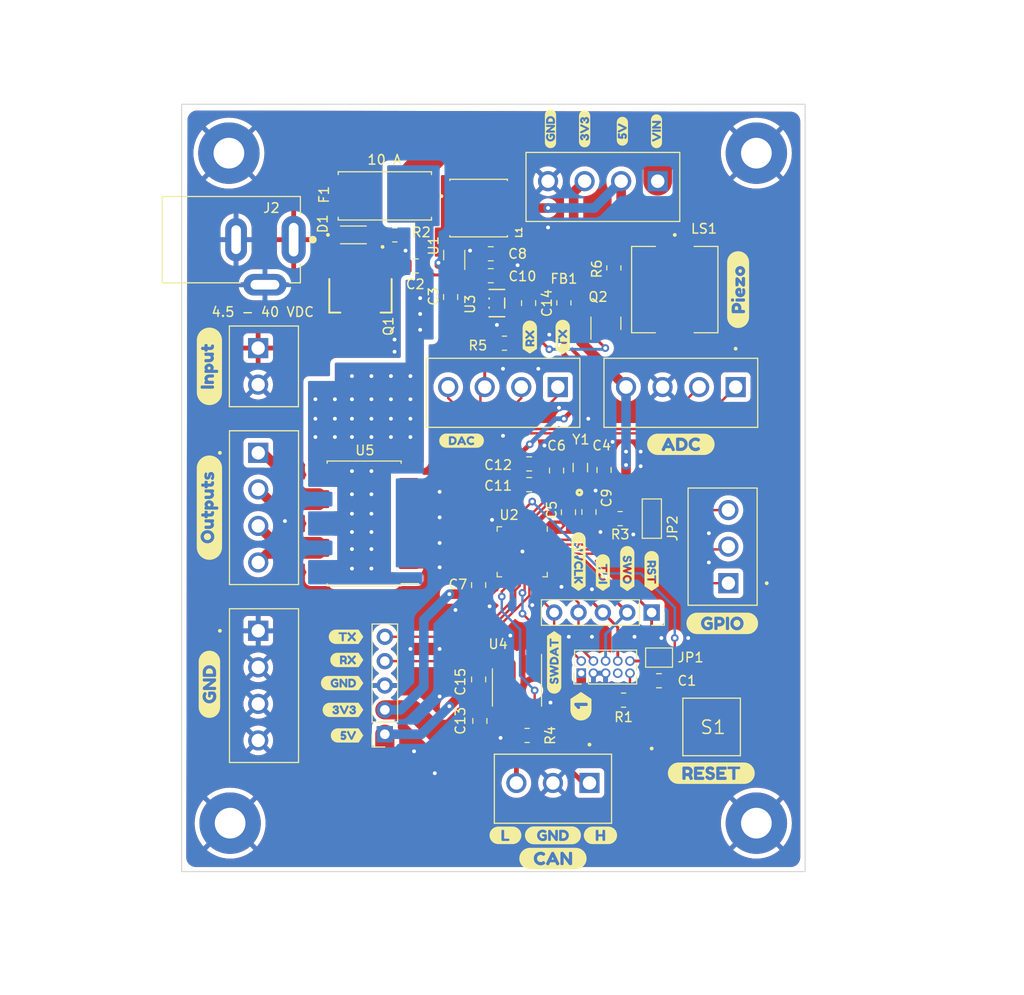
<source format=kicad_pcb>
(kicad_pcb (version 20221018) (generator pcbnew)
  (layers (0 "F.Cu" signal) (31 "B.Cu" signal) (34 "B.Paste" user) (35 "F.Paste" user) (36 "B.SilkS" user "B.Silkscreen") (37 "F.SilkS" user "F.Silkscreen") (38 "B.Mask" user) (39 "F.Mask" user) (44 "Edge.Cuts" user))
  (net 0 "")
  (net 1 "NRST")
  (net 2 "GND")
  (net 3 "VDD")
  (net 4 "Net-(U1-VCC)")
  (net 5 "Net-(U2-PC14)")
  (net 6 "+3.3V")
  (net 7 "Net-(U2-PC15)")
  (net 8 "+5V")
  (net 9 "VDDA")
  (net 10 "Net-(D1-K)")
  (net 11 "Net-(J1-Pad1)")
  (net 12 "/TMS{slash}SWDAT_PA13")
  (net 13 "/TCK{slash}SWCLK_PA14")
  (net 14 "/TDO{slash}SWO_PB3")
  (net 16 "/TDI_PA15")
  (net 17 "Net-(J3-GNDDetect)")
  (net 18 "/TRST_PB4")
  (net 19 "/ADC1_IN5")
  (net 20 "/ADC1_IN6")
  (net 21 "/USART2_TX")
  (net 22 "/USART2_RX")
  (net 23 "/PB5_GPI")
  (net 24 "/I2C1_SCL")
  (net 25 "/I2C1_SDA")
  (net 26 "/DAC1_OUT1")
  (net 27 "/DAC1_OUT2")
  (net 28 "/USART1_TX")
  (net 29 "/USART1_RX")
  (net 30 "/OUT1")
  (net 31 "/OUT2")
  (net 32 "/OUT3")
  (net 33 "/OUT4")
  (net 34 "Net-(U4-CANH)")
  (net 35 "Net-(U4-CANL)")
  (net 36 "Net-(JP2-C)")
  (net 37 "Net-(U1-LX)")
  (net 38 "Net-(Q2-C)")
  (net 39 "Net-(D1-A)")
  (net 40 "Net-(Q2-B)")
  (net 41 "/BOOT_SELECT")
  (net 45 "/PA6_IN4")
  (net 46 "/PA7_IN3")
  (net 47 "/PB0_IN2")
  (net 48 "/PB1_IN1")
  (net 49 "/PA8_CAN_STBY")
  (net 50 "/CAN_RX")
  (net 51 "/CAN_TX")
  (footprint "Capacitor_SMD:C_0805_2012Metric" (layer "F.Cu") (at 106.172 45.7305 -90)
    (fp_text reference "C14")
    (fp_text value "1uF")
  )
  (footprint "kibuzzard-64E9EC76" (layer "F.Cu") (at 113.919 73.831767 -90)
    (fp_text reference "kibuzzard-64E9EC76" hide)
    (fp_text value "G***" hide)
  )
  (footprint "Package_DFN_QFN:QFN-32-1EP_5x5mm_P0.5mm_EP3.45x3.45mm" (layer "F.Cu") (at 105.5075 71.6585 -90)
    (fp_text reference "U2")
    (fp_text value "STM32L432KCU6")
  )
  (footprint "kibuzzard-64E9ECC2" (layer "F.Cu") (at 108.839 83.185 90)
    (fp_text reference "kibuzzard-64E9ECC2" hide)
    (fp_text value "G***" hide)
  )
  (footprint "Capacitor_SMD:C_0805_2012Metric" (layer "F.Cu") (at 100.965 75.123 90)
    (fp_text reference "C7")
    (fp_text value "100nF")
  )
  (footprint "Capacitor_SMD:C_0805_2012Metric" (layer "F.Cu") (at 102.231 42.8755)
    (fp_text reference "C10")
    (fp_text value "1uF")
  )
  (footprint "Capacitor_SMD:C_0805_2012Metric" (layer "F.Cu") (at 110.33 67.533 -90)
    (fp_text reference "C5")
    (fp_text value "100nF")
  )
  (footprint "connectors:TBP02R2-381-04BE" (layer "F.Cu") (at 119.634 33.02 180)
    (fp_text reference "J8" hide)
    (fp_text value "TBP02R2-381-04BE")
  )
  (footprint "kibuzzard-64E9EA19" (layer "F.Cu") (at 72.898 52.324 90)
    (fp_text reference "kibuzzard-64E9EA19" hide)
    (fp_text value "G***" hide)
  )
  (footprint "Capacitor_SMD:C_0805_2012Metric" (layer "F.Cu") (at 106.233 62.4945)
    (fp_text reference "C12")
    (fp_text value "10nF")
  )
  (footprint "Capacitor_SMD:C_0805_2012Metric" (layer "F.Cu") (at 94.427 41.8595 180)
    (fp_text reference "C2")
    (fp_text value "1uF")
  )
  (footprint "inductors:VLS6045EX-470M" (layer "F.Cu") (at 100.965 35.8245)
    (fp_text reference "L1")
    (fp_text value "L")
  )
  (footprint "Jumper:SolderJumper-2_P1.3mm_Bridged_Pad1.0x1.5mm" (layer "F.Cu") (at 119.776 82.6875)
    (fp_text reference "JP1")
    (fp_text value "~")
  )
  (footprint "connectors:TBP02R2-381-03BE" (layer "F.Cu") (at 127 74.93 90)
    (fp_text reference "J6" hide)
    (fp_text value "TBP02R2-381-03BE")
  )
  (footprint "Resistor_SMD:R_0805_2012Metric" (layer "F.Cu") (at 116.078 87.122 180)
    (fp_text reference "R1")
    (fp_text value "10K")
  )
  (footprint "MountingHole:MountingHole_3.2mm_M3_Pad_TopBottom" (layer "F.Cu") (at 74.93 30.099)
    (fp_text reference "H1" hide)
    (fp_text value "MountingHole_Pad")
  )
  (footprint "Resistor_SMD:R_0805_2012Metric" (layer "F.Cu") (at 106.0215 90.805 180)
    (fp_text reference "R4")
    (fp_text value "120")
  )
  (footprint "Connector_PinHeader_1.27mm:PinHeader_2x05_P1.27mm_Vertical" (layer "F.Cu") (at 111.663 84.3135 90)
    (fp_text reference "J3" hide)
    (fp_text value "Conn_ARM_JTAG_SWD_10")
  )
  (footprint "kibuzzard-64E9E9CD" (layer "F.Cu") (at 72.898 85.471 90)
    (fp_text reference "kibuzzard-64E9E9CD" hide)
    (fp_text value "G***" hide)
  )
  (footprint "kibuzzard-64E9EC55" (layer "F.Cu") (at 118.999 73.66 -90)
    (fp_text reference "kibuzzard-64E9EC55" hide)
    (fp_text value "G***" hide)
  )
  (footprint "connectors:TBP02R2-381-04BE" (layer "F.Cu") (at 109.22 54.483 180)
    (fp_text reference "J7" hide)
    (fp_text value "TBP02R2-381-04BE")
  )
  (footprint "Capacitor_SMD:C_0805_2012Metric" (layer "F.Cu") (at 101.092 89.2915 -90)
    (fp_text reference "C13")
    (fp_text value "100nF")
  )
  (footprint "kibuzzard-64E9EBEF" (layer "F.Cu") (at 99.187 60.071)
    (fp_text reference "kibuzzard-64E9EBEF" hide)
    (fp_text value "G***" hide)
  )
  (footprint "Package_SO:SOIC-8_3.9x4.9mm_P1.27mm" (layer "F.Cu") (at 104.963 85.8005 -90)
    (fp_text reference "U4")
    (fp_text value "MCP2562-E-SN")
  )
  (footprint "Resistor_SMD:R_0805_2012Metric" (layer "F.Cu") (at 109.855 45.707 90)
    (fp_text reference "FB1")
    (fp_text value "~")
  )
  (footprint "diodes:MMSZ4700T1G" (layer "F.Cu") (at 87.9075 38.6185)
    (fp_text reference "D1")
    (fp_text value "D_Zener")
  )
  (footprint "kibuzzard-64E9EAF9" (layer "F.Cu") (at 108.458 27.559 90)
    (fp_text reference "kibuzzard-64E9EAF9" hide)
    (fp_text value "G***" hide)
  )
  (footprint "kibuzzard-64E9EC1A" (layer "F.Cu") (at 87.222648 82.931)
    (fp_text reference "kibuzzard-64E9EC1A" hide)
    (fp_text value "G***" hide)
  )
  (footprint "kibuzzard-64E9EC5C" (layer "F.Cu") (at 116.459 73.406 -90)
    (fp_text reference "kibuzzard-64E9EC5C" hide)
    (fp_text value "G***" hide)
  )
  (footprint "kibuzzard-64E9EC2C" (layer "F.Cu") (at 86.823973 88.138)
    (fp_text reference "kibuzzard-64E9EC2C" hide)
    (fp_text value "G***" hide)
  )
  (footprint "connectors:TBP02R2-381-03BE" (layer "F.Cu") (at 112.522 95.758 180)
    (fp_text reference "J12" hide)
    (fp_text value "TBP02R2-381-03BE")
  )
  (footprint "Package_TO_SOT_SMD:SOT-23" (layer "F.Cu") (at 114.234 47.8305 90)
    (fp_text reference "Q2")
    (fp_text value "BC847")
  )
  (footprint "Resistor_SMD:R_0805_2012Metric" (layer "F.Cu") (at 115.7205 68.199 180)
    (fp_text reference "R3")
    (fp_text value "10K")
  )
  (footprint "connectors:TBP02R2-381-02BE" (layer "F.Cu") (at 77.978 50.419 -90)
    (fp_text reference "J1" hide)
    (fp_text value "TBP02R2-381-02BE")
  )
  (footprint "kibuzzard-64E9E988" (layer "F.Cu") (at 103.759 101.219)
    (fp_text reference "kibuzzard-64E9E988" hide)
    (fp_text value "G***" hide)
  )
  (footprint "Resistor_SMD:R_0805_2012Metric" (layer "F.Cu") (at 92.2255 38.6185 180)
    (fp_text reference "R2")
    (fp_text value "10K")
  )
  (footprint "Package_DFN_QFN:DFN-8_2x2mm_P0.5mm" (layer "F.Cu") (at 98.421 41.2245 90)
    (fp_text reference "U1")
    (fp_text value "MAX15062B")
  )
  (footprint "kibuzzard-64E9EBA4" (layer "F.Cu") (at 122.047 60.452)
    (fp_text reference "kibuzzard-64E9EBA4" hide)
    (fp_text value "G***" hide)
  )
  (footprint "Resistor_SMD:R_0805_2012Metric" (layer "F.Cu") (at 103.6555 49.911)
    (fp_text reference "R5")
    (fp_text value "10K")
  )
  (footprint "Jumper:SolderJumper-3_P1.3mm_Bridged12_Pad1.0x1.5mm_NumberLabels" (layer "F.Cu") (at 119.0225 68.199 90)
    (fp_text reference "JP2")
    (fp_text value "Boot_Sel")
  )
  (footprint "kibuzzard-64E9EB76" (layer "F.Cu") (at 125.222 94.742)
    (fp_text reference "kibuzzard-64E9EB76" hide)
    (fp_text value "G***" hide)
  )
  (footprint "kibuzzard-64E9EAB8" (layer "F.Cu") (at 119.507 27.813 90)
    (fp_text reference "kibuzzard-64E9EAB8" hide)
    (fp_text value "G***" hide)
  )
  (footprint "kibuzzard-64E9EC0B" (layer "F.Cu") (at 87.143273 80.518)
    (fp_text reference "kibuzzard-64E9EC0B" hide)
    (fp_text value "G***" hide)
  )
  (footprint "kibuzzard-64E9EBDF" (layer "F.Cu") (at 109.728 49.276 90)
    (fp_text reference "kibuzzard-64E9EBDF" hide)
    (fp_text value "G***" hide)
  )
  (footprint "fuses:0154010.DRL" (layer "F.Cu") (at 91.186 34.5545 180)
    (fp_text reference "F1")
    (fp_text value "(10 A)")
  )
  (footprint "crystals:ECS-.327-12.5-34R-C-TR" (layer "F.Cu") (at 111.567 62.877 90)
    (fp_text reference "Y1")
    (fp_text value "ECS-.327-12.5-34R-C-TR")
  )
  (footprint "ldo:ADP122AUJZ-3.3-R7" (layer "F.Cu") (at 102.87 45.7305 -90)
    (fp_text reference "U3")
    (fp_text value "ADP122AUJZ-3.3-R7")
  )
  (footprint "kibuzzard-64E9E995" (layer "F.Cu") (at 108.712 101.219)
    (fp_text reference "kibuzzard-64E9E995" hide)
    (fp_text value "G***" hide)
  )
  (footprint "Capacitor_SMD:C_0805_2012Metric" (layer "F.Cu") (at 109.088 63.1905 -90)
    (fp_text reference "C6")
    (fp_text value "10pF")
  )
  (footprint "kibuzzard-64E9EAE9" (layer "F.Cu") (at 112.014 27.559 90)
    (fp_text reference "kibuzzard-64E9EAE9" hide)
    (fp_text value "G***" hide)
  )
  (footprint "Capacitor_SMD:C_0805_2012Metric" (layer "F.Cu") (at 102.231 40.5895)
    (fp_text reference "C8")
    (fp_text value "10uF")
  )
  (footprint "kibuzzard-64E9E96D" (layer "F.Cu") (at 108.712 103.632)
    (fp_text reference "kibuzzard-64E9E96D" hide)
    (fp_text value "G***" hide)
  )
  (footprint "kibuzzard-64E9EC92" (layer "F.Cu") (at 111.379 72.684005 -90)
    (fp_text reference "kibuzzard-64E9EC92" hide)
    (fp_text value "G***" hide)
  )
  (footprint "kibuzzard-64E9EAC2" (layer "F.Cu") (at 115.951 27.813 90)
    (fp_text reference "kibuzzard-64E9EAC2" hide)
    (fp_text value "G***" hide)
  )
  (footprint "connectors:TBP02R2-381-04BE" (layer "F.Cu") (at 77.9885 61.341 -90)
    (fp_text reference "J10" hide)
    (fp_text value "TBP02R2-381-04BE")
  )
  (footprint "Package_SO:SOIC-20W_7.5x12.8mm_P1.27mm" (layer "F.Cu") (at 89.027 68.707 180)
    (fp_text reference "U5")
    (fp_text value "ITS716G")
  )
  (footprint "kibuzzard-64E9EB5A" (layer "F.Cu") (at 111.633 87.757 90)
    (fp_text reference "kibuzzard-64E9EB5A" hide)
    (fp_text value "G***" hide)
  )
  (footprint "kibuzzard-64E9EA0B" (layer "F.Cu") (at 72.898 67.056 90)
    (fp_text reference "kibuzzard-64E9EA0B" hide)
    (fp_text value "G***" hide)
  )
  (footprint "Resistor_SMD:R_0805_2012Metric" (layer "F.Cu") (at 115.062 42.0605 90)
    (fp_text reference "R6")
    (fp_text value "1K")
  )
  (footprint "switch_tactile:TL3301AF160QG" (layer "F.Cu") (at 125.2555 89.916)
    (fp_text reference "S1")
    (fp_text value "RESET")
  )
  (footprint "kibuzzard-64E9E97D" (layer "F.Cu") (at 113.665 101.219)
    (fp_text reference "kibuzzard-64E9E97D" hide)
    (fp_text value "G***" hide)
  )
  (footprint "kibuzzard-64E9EB1A" (layer "F.Cu") (at 128.016 44.323 90)
    (fp_text reference "kibuzzard-64E9EB1A" hide)
    (fp_text value "G***" hide)
  )
  (footprint "MountingHole:MountingHole_3.2mm_M3_Pad_TopBottom" (layer "F.Cu") (at 129.921 30.099)
    (fp_text reference "H2" hide)
    (fp_text value "MountingHole_Pad")
  )
  (footprint "kibuzzard-64E9EC20" (layer "F.Cu") (at 86.736238 85.344)
    (fp_text reference "kibuzzard-64E9EC20" hide)
    (fp_text value "G***" hide)
  )
  (footprint "Capacitor_SMD:C_0805_2012Metric" (layer "F.Cu") (at 98.044 45.0955 -90)
    (fp_text reference "C3")
    (fp_text value "1uF")
  )
  (footprint "Capacitor_SMD:C_0805_2012Metric" (layer "F.Cu") (at 106.233 64.6535)
    (fp_text reference "C11")
    (fp_text value "1uF")
  )
  (footprint "connectors:TBP02R2-381-04BE" (layer "F.Cu") (at 127.762 54.483 180)
    (fp_text reference "J5" hide)
    (fp_text value "TBP02R2-381-04BE")
  )
  (footprint "MountingHole:MountingHole_3.2mm_M3_Pad_TopBottom" (layer "F.Cu") (at 129.921 99.949)
    (fp_text reference "H4" hide)
    (fp_text value "MountingHole_Pad")
  )
  (footprint "piezo:PKMCS0909E4000-R1" (layer "F.Cu") (at 121.412 44.323 -90)
    (fp_text reference "LS1")
    (fp_text value "PKMCS0909E4000-R1")
  )
  (footprint "Capacitor_SMD:C_0805_2012Metric" (layer "F.Cu") (at 112.468 67.5085 -90)
    (fp_text reference "C9")
    (fp_text value "4.7uF")
  )
  (footprint "kibuzzard-64E9EC3B" (layer "F.Cu") (at 87.249 90.805)
    (fp_text reference "kibuzzard-64E9EC3B" hide)
    (fp_text value "G***" hide)
  )
  (footprint "Connector_PinSocket_2.54mm:PinSocket_1x05_P2.54mm_Vertical" (layer "F.Cu") (at 91.186 90.678 180)
    (fp_text reference "J9" hide)
    (fp_text value "Conn_01x05_Socket")
  )
  (footprint "Capacitor_SMD:C_0805_2012Metric" (layer "F.Cu") (at 119.761 85.1005 180)
    (fp_text reference "C1")
    (fp_text value "100nF")
  )
  (footprint "Capacitor_SMD:C_0805_2012Metric" (layer "F.Cu") (at 100.965 84.963 90)
    (fp_text reference "C15")
    (fp_text value "100nF")
  )
  (footprint "Connector_PinSocket_2.54mm:PinSocket_1x05_P2.54mm_Vertical" (layer "F.Cu") (at 118.999 77.9885 -90)
    (fp_text reference "J4" hide)
    (fp_text value "Conn_01x05_Socket")
  )
  (footprint "kibuzzard-64E9EBD0" (layer "F.Cu") (at 106.299 49.276 90)
    (fp_text reference "kibuzzard-64E9EBD0" hide)
    (fp_text value "G***" hide)
  )
  (footprint "connectors:PJ-002A" (layer "F.Cu") (at 81.6815 39.116 180)
    (fp_text reference "J2")
    (fp_text value "PJ-002A")
  )
  (footprint "kibuzzard-64E9EB3C" (layer "F.Cu") (at 126.365 79.121)
    (fp_text reference "kibuzzard-64E9EB3C" hide)
    (fp_text value "G***" hide)
  )
  (footprint "Capacitor_SMD:C_0805_2012Metric" (layer "F.Cu") (at 114.041 63.1295 90)
    (fp_text reference "C4")
    (fp_text value "10pF")
  )
  (footprint "mosfets:DMP6023LE-13" (layer "F.Cu") (at 88.646 44.9685 -90)
    (fp_text reference "Q1")
    (fp_text value "DMP6023LE-13")
  )
  (footprint "MountingHole:MountingHole_3.2mm_M3_Pad_TopBottom" (layer "F.Cu") (at 75.057 99.949)
    (fp_text reference "H3" hide)
    (fp_text value "MountingHole_Pad")
  )
  (footprint "connectors:TBP02R2-381-04BE" (layer "F.Cu") (at 77.9885 79.8935 -90)
    (fp_text reference "J11" hide)
    (fp_text value "TBP02R2-381-04BE")
  )
  (gr_rect (start 70 25) (end 135 105) (stroke (width 0.1)) (fill none) (layer "Edge.Cuts"))
  (gr_text "4.5 - 40 VDC" (at 73.025 47.244) (layer "F.SilkS") (effects (font (size 1 1)) (justify left bottom)))
  (gr_text "10 A" (at 89.281 31.369) (layer "F.SilkS") (effects (font (size 1 1)) (justify left bottom)))
  (segment (start 121.412 80.645) (end 121.412 81.7015) (width 0.25) (layer "F.Cu") (net 1))
  (segment (start 105.7575 69.221) (end 105.7575 67.2165) (width 0.25) (layer "F.Cu") (net 1))
  (segment (start 120.7055 87.666) (end 120.7055 85.106) (width 0.25) (layer "F.Cu") (net 1))
  (segment (start 121.412 81.7015) (end 120.426 82.6875) (width 0.25) (layer "F.Cu") (net 1))
  (segment (start 120.711 85.1005) (end 120.426 84.8155) (width 0.25) (layer "F.Cu") (net 1))
  (segment (start 120.426 84.8155) (end 120.426 82.6875) (width 0.25) (layer "F.Cu") (net 1))
  (segment (start 105.7575 67.2165) (end 106.553 66.421) (width 0.25) (layer "F.Cu") (net 1))
  (segment (start 120.7055 85.106) (end 120.711 85.1005) (width 0.25) (layer "F.Cu") (net 1))
  (via (at 121.412 80.645) (size 0.8) (drill 0.4) (layers "F.Cu" "B.Cu") (net 1))
  (via (at 106.553 66.421) (size 0.8) (drill 0.4) (layers "F.Cu" "B.Cu") (net 1))
  (segment (start 114.046 73.914) (end 117.856 73.914) (width 0.25) (layer "B.Cu") (net 1))
  (segment (start 106.553 66.421) (end 114.046 73.914) (width 0.25) (layer "B.Cu") (net 1))
  (segment (start 121.412 77.47) (end 121.412 80.645) (width 0.25) (layer "B.Cu") (net 1))
  (segment (start 117.856 73.914) (end 121.412 77.47) (width 0.25) (layer "B.Cu") (net 1))
  (segment (start 102.743 45.974) (end 102.743 47.879) (width 0.25) (layer "F.Cu") (net 2))
  (segment (start 98.171 40.2745) (end 98.171 41.025) (width 0.3) (layer "F.Cu") (net 2))
  (segment (start 100.0565 40.2745) (end 100.072 40.259) (width 0.3) (layer "F.Cu") (net 2))
  (segment (start 107.183 64.6535) (end 108.575 64.6535) (width 0.25) (layer "F.Cu") (net 2))
  (segment (start 108.9075 69.9085) (end 110.33 68.486) (width 0.25) (layer "F.Cu") (net 2))
  (segment (start 102.743 47.879) (end 102.87 48.006) (width 0.25) (layer "F.Cu") (net 2))
  (segment (start 108.575 64.6535) (end 109.088 64.1405) (width 0.25) (layer "F.Cu") (net 2))
  (segment (start 99.0725 41.148) (end 99.171 41.0495) (width 0.3) (layer "F.Cu") (net 2))
  (segment (start 102.4995 45.7305) (end 102.743 45.974) (width 0.25) (layer "F.Cu") (net 2))
  (segment (start 107.945 69.9085) (end 108.9075 69.9085) (width 0.25) (layer "F.Cu") (net 2))
  (segment (start 101.72 45.7305) (end 102.4995 45.7305) (width 0.25) (layer "F.Cu") (net 2))
  (segment (start 117.445 69.499) (end 117.094 69.85) (width 0.25) (layer "F.Cu") (net 2))
  (segment (start 98.294 41.148) (end 99.0725 41.148) (width 0.3) (layer "F.Cu") (net 2))
  (segment (start 98.171 41.025) (end 98.294 41.148) (width 0.3) (layer "F.Cu") (net 2))
  (segment (start 119.0225 69.499) (end 117.445 69.499) (width 0.25) (layer "F.Cu") (net 2))
  (segment (start 103.07 73.4085) (end 101.7295 73.4085) (width 0.25) (layer "F.Cu") (net 2))
  (segment (start 99.171 41.0495) (end 99.171 40.2745) (width 0.3) (layer "F.Cu") (net 2))
  (segment (start 101.7295 73.4085) (end 100.965 74.173) (width 0.25) (layer "F.Cu") (net 2))
  (segment (start 110.33 68.486) (end 110.33 68.483) (width 0.25) (layer "F.Cu") (net 2))
  (segment (start 107.183 64.6535) (end 107.183 62.4945) (width 0.25) (layer "F.Cu") (net 2))
  (segment (start 99.171 40.2745) (end 100.0565 40.2745) (width 0.3) (layer "F.Cu") (net 2))
  (via (at 105.029 41.783) (size 0.8) (drill 0.4) (layers "F.Cu" "B.Cu") (net 2))
  (via (at 103.251 91.059) (size 0.8) (drill 0.4) (layers "F.Cu" "B.Cu") (net 2))
  (via (at 93.345 40.259) (size 0.8) (drill 0.4) (layers "F.Cu" "B.Cu") (net 2))
  (via (at 117.856 61.214) (size 0.8) (drill 0.4) (layers "F.Cu" "B.Cu") (net 2))
  (via (at 100.072 40.259) (size 0.8) (drill 0.4) (layers "F.Cu" "B.Cu") (net 2))
  (via (at 96.901 68.072) (size 0.8) (drill 0.4) (layers "F.Cu" "B.Cu") (net 2))
  (via (at 80.772 68.453) (size 0.8) (drill 0.4) (layers "F.Cu" "B.Cu") (net 2))
  (via (at 108.331 49.022) (size 0.8) (drill 0.4) (layers "F.Cu" "B.Cu") (net 2))
  (via (at 93.853 81.788) (size 0.8) (drill 0.4) (layers "F.Cu" "B.Cu") (net 2))
  (via (at 102.362 68.326) (size 0.8) (drill 0.4) (layers "F.Cu" "B.Cu") (net 2))
  (via (at 106.553 77.216) (size 0.8) (drill 0.4) (layers "F.Cu" "B.Cu") (net 2))
  (via (at 120.015 80.645) (size 0.8) (drill 0.4) (layers "F.Cu" "B.Cu") (net 2))
  (via (at 103.505 52.578) (size 0.8) (drill 0.4) (layers "F.Cu" "B.Cu") (net 2))
  (via (at 112.395 57.785) (size 0.8) (drill 0.4) (layers "F.Cu" "B.Cu") (net 2))
  (via (at 96.774 41.529) (size 0.8) (drill 0.4) (layers "F.Cu" "B.Cu") (net 2))
  (via (at 110.363 80.518) (size 0.8) (drill 0.4) (layers "F.Cu" "B.Cu") (net 2))
  (via (at 94.234 92.456) (size 0.8) (drill 0.4) (layers "F.Cu" "B.Cu") (net 2))
  (via (at 114.935 60.198) (size 0.8) (drill 0.4) (layers "F.Cu" "B.Cu") (net 2))
  (via (at 102.87 48.006) (size 0.8) (drill 0.4) (layers "F.Cu" "B.Cu") (net 2))
  (via (at 122.809 80.645) (size 0.8) (drill 0.4) (layers "F.Cu" "B.Cu") (net 2))
  (via (at 108.458 87.376) (size 0.8) (drill 0.4) (layers "F.Cu" "B.Cu") (net 2))
  (via (at 113.665 69.596) (size 0.8) (drill 0.4) (layers "F.Cu" "B.Cu") (net 2))
  (via (at 113.157 65.278) (size 0.8) (drill 0.4) (layers "F.Cu" "B.Cu") (net 2))
  (via (at 96.901 86.741) (size 0.8) (drill 0.4) (layers "F.Cu" "B.Cu") (net 2))
  (via (at 124.968 69.723) (size 0.8) (drill 0.4) (layers "F.Cu" "B.Cu") (net 2))
  (via (at 107.823 60.579) (size 0.8) (drill 0.4) (layers "F.Cu" "B.Cu") (net 2))
  (via (at 117.856 62.738) (size 0.8) (drill 0.4) (layers "F.Cu" "B.Cu") (net 2))
  (via (at 98.552 77.724) (size 0.8) (drill 0.4) (layers "F.Cu" "B.Cu") (net 2))
  (via (at 109.601 75.311) (size 0.8) (drill 0.4) (layers "F.Cu" "B.Cu") (net 2))
  (via (at 108.204 37.846) (size 0.8) (drill 0.4) (layers "F.Cu" "B.Cu") (net 2))
  (via (at 103.505 59.563) (size 0.8) (drill 0.4) (layers "F.Cu" "B.Cu") (net 2))
  (via (at 96.901 65.405) (size 0.8) (drill 0.4) (layers "F.Cu" "B.Cu") (net 2))
  (via (at 92.202 49.53) (size 0.8) (drill 0.4) (layers "F.Cu" "B.Cu") (net 2))
  (via (at 96.901 70.739) (size 0.8) (drill 0.4) (layers "F.Cu" "B.Cu") (net 2))
  (via (at 92.202 50.8) (size 0.8) (drill 0.4) (layers "F.Cu" "B.Cu") (net 2))
  (via (at 112.776 80.518) (size 0.8) (drill 0.4) (layers "F.Cu" "B.Cu") (net 2))
  (via (at 124.968 72.771) (size 0.8) (drill 0.4) (layers "F.Cu" "B.Cu") (net 2))
  (via (at 104.267 80.391) (size 0.8) (drill 0.4) (layers "F.Cu" "B.Cu") (net 2))
  (via (at 117.221 80.518) (size 0.8) (drill 0.4) (layers "F.Cu" "B.Cu") (net 2))
  (via (at 96.901 73.279) (size 0.8) (drill 0.4) (layers "F.Cu" "B.Cu") (net 2))
  (via (at 109.347 56.642) (size 0.8) (drill 0.4) (layers "F.Cu" "B.Cu") (net 2))
  (via (at 96.901 81.788) (size 0.8) (drill 0.4) (layers "F.Cu" "B.Cu") (net 2))
  (via (at 112.776 75.565) (size 0.8) (drill 0.4) (layers "F.Cu" "B.Cu") (net 2))
  (via (at 107.188 52.578) (size 0.8) (drill 0.4) (layers "F.Cu" "B.Cu") (net 2))
  (via (at 105.537 71.628) (size 0.8) (drill 0.4) (layers "F.Cu" "B.Cu") (net 2))
  (via (at 102.108 77.343) (size 0.8) (drill 0.4) (layers "F.Cu" "B.Cu") (net 2))
  (via (at 96.393 94.742) (size 0.8) (drill 0.4) (layers "F.Cu" "B.Cu") (net 2))
  (via (at 117.094 69.85) (size 0.8) (drill 0.4) (layers "F.Cu" "B.Cu") (net 2))
  (segment (start 97.663 28.829) (end 117.602 28.829) (width 3) (layer "F.Cu") (net 3))
  (segment (start 117.602 28.829) (end 119.634 30.861) (width 3) (layer "F.Cu") (net 3))
  (segment (start 94.3737 34.5545) (end 94.3737 32.1183) (width 3) (layer "F.Cu") (net 3))
  (segment (start 94.3737 32.1183) (end 97.663 28.829) (width 3) (layer "F.Cu") (net 3))
  (segment (start 98.171 42.1745) (end 98.171 42.672) (width 0.3) (layer "F.Cu") (net 3))
  (segment (start 98.044 42.799) (end 97.155 42.799) (width 0.3) (layer "F.Cu") (net 3))
  (segment (start 98.171 42.672) (end 98.044 42.799) (width 0.3) (layer "F.Cu") (net 3))
  (segment (start 96.3165 42.799) (end 95.377 41.8595) (width 0.3) (layer "F.Cu") (net 3))
  (segment (start 119.634 30.861) (end 119.634 33.02) (width 3) (layer "F.Cu") (net 3))
  (segment (start 97.671 42.1745) (end 97.671 42.283) (width 0.3) (layer "F.Cu") (net 3))
  (segment (start 97.671 42.283) (end 97.155 42.799) (width 0.3) (layer "F.Cu") (net 3))
  (segment (start 96.3165 42.799) (end 97.155 42.799) (width 0.3) (layer "F.Cu") (net 3))
  (via (at 89.789 57.785) (size 0.8) (drill 0.4) (layers "F.Cu" "B.Cu") (net 3))
  (via (at 94.869 48.514) (size 0.8) (drill 0.4) (layers "F.Cu" "B.Cu") (net 3))
  (via (at 91.821 55.753) (size 0.8) (drill 0.4) (layers "F.Cu" "B.Cu") (net 3))
  (via (at 87.757 53.34) (size 0.8) (drill 0.4) (layers "F.Cu" "B.Cu") (net 3))
  (via (at 85.979 59.69) (size 0.8) (drill 0.4) (layers "F.Cu" "B.Cu") (net 3))
  (via (at 89.789 55.753) (size 0.8) (drill 0.4) (layers "F.Cu" "B.Cu") (net 3))
  (via (at 93.853 57.785) (size 0.8) (drill 0.4) (layers "F.Cu" "B.Cu") (net 3))
  (via (at 89.789 73.406) (size 0.8) (drill 0.4) (layers "F.Cu" "B.Cu") (net 3))
  (via (at 87.757 65.659) (size 0.8) (drill 0.4) (layers "F.Cu" "B.Cu") (net 3))
  (via (at 83.947 59.69) (size 0.8) (drill 0.4) (layers "F.Cu" "B.Cu") (net 3))
  (via (at 87.757 57.785) (size 0.8) (drill 0.4) (layers "F.Cu" "B.Cu") (net 3))
  (via (at 87.757 63.246) (size 0.8) (drill 0.4) (layers "F.Cu" "B.Cu") (net 3))
  (via (at 89.789 71.374) (size 0.8) (drill 0.4) (layers "F.Cu" "B.Cu") (net 3))
  (via (at 91.821 57.785) (size 0.8) (drill 0.4) (layers "F.Cu" "B.Cu") (net 3))
  (via (at 89.789 63.246) (size 0.8) (drill 0.4) (layers "F.Cu" "B.Cu") (net 3))
  (via (at 94.869 46.863) (size 0.8) (drill 0.4) (layers "F.Cu" "B.Cu") (net 3))
  (via (at 93.853 53.34) (size 0.8) (drill 0.4) (layers "F.Cu" "B.Cu") (net 3))
  (via (at 94.869 45.212) (size 0.8) (drill 0.4) (layers "F.Cu" "B.Cu") (net 3))
  (via (at 87.757 55.753) (size 0.8) (drill 0.4) (layers "F.Cu" "B.Cu") (net 3))
  (via (at 89.789 65.659) (size 0.8) (drill 0.4) (layers "F.Cu" "B.Cu") (net 3))
  (via (at 89.789 67.691) (size 0.8) (drill 0.4) (layers "F.Cu" "B.Cu") (net 3))
  (via (at 85.979 55.753) (size 0.8) (drill 0.4) (layers "F.Cu" "B.Cu") (net 3))
  (via (at 87.757 73.406) (size 0.8) (drill 0.4) (layers "F.Cu" "B.Cu") (net 3))
  (via (at 93.853 59.69) (size 0.8) (drill 0.4) (layers "F.Cu" "B.Cu") (net 3))
  (via (at 85.979 57.785) (size 0.8) (drill 0.4) (layers "F.Cu" "B.Cu") (net 3))
  (via (at 89.789 53.34) (size 0.8) (drill 0.4) (layers "F.Cu" "B.Cu") (net 3))
  (via (at 87.757 71.374) (size 0.8) (drill 0.4) (layers "F.Cu" "B.Cu") (net 3))
  (via (at 87.757 67.691) (size 0.8) (drill 0.4) (layers "F.Cu" "B.Cu") (net 3))
  (via (at 91.821 59.69) (size 0.8) (drill 0.4) (layers "F.Cu" "B.Cu") (net 3))
  (via (at 87.757 69.596) (size 0.8) (drill 0.4) (layers "F.Cu" "B.Cu") (net 3))
  (via (at 87.757 59.69) (size 0.8) (drill 0.4) (layers "F.Cu" "B.Cu") (net 3))
  (via (at 93.853 55.753) (size 0.8) (drill 0.4) (layers "F.Cu" "B.Cu") (net 3))
  (via (at 89.789 69.596) (size 0.8) (drill 0.4) (layers "F.Cu" "B.Cu") (net 3))
  (via (at 91.821 53.34) (size 0.8) (drill 0.4) (layers "F.Cu" "B.Cu") (net 3))
  (via (at 89.789 59.69) (size 0.8) (drill 0.4) (layers "F.Cu" "B.Cu") (net 3))
  (via (at 83.947 55.753) (size 0.8) (drill 0.4) (layers "F.Cu" "B.Cu") (net 3))
  (via (at 83.947 57.785) (size 0.8) (drill 0.4) (layers "F.Cu" "B.Cu") (net 3))
  (segment (start 98.044 44.1455) (end 98.671 43.5185) (width 0.3) (layer "F.Cu") (net 4))
  (segment (start 98.671 43.5185) (end 98.671 42.1745) (width 0.3) (layer "F.Cu") (net 4))
  (segment (start 111.567 64.127) (end 113.9935 64.127) (width 0.25) (layer "F.Cu") (net 5))
  (segment (start 106.7575 69.221) (end 106.7575 68.078) (width 0.25) (layer "F.Cu") (net 5))
  (segment (start 106.7575 68.078) (end 109.3035 65.532) (width 0.25) (layer "F.Cu") (net 5))
  (segment (start 113.9935 64.127) (end 114.041 64.0795) (width 0.25) (layer "F.Cu") (net 5))
  (segment (start 109.3035 65.532) (end 110.162 65.532) (width 0.25) (layer "F.Cu") (net 5))
  (segment (start 110.162 65.532) (end 111.567 64.127) (width 0.25) (layer "F.Cu") (net 5))
  (segment (start 128.143 64.008) (end 130.048 65.913) (width 2) (layer "F.Cu") (net 6))
  (segment (start 115.189 66.548) (end 116.1415 65.5955) (width 1) (layer "F.Cu") (net 6))
  (segment (start 111.663 87.533) (end 111.663 84.3135) (width 1) (layer "F.Cu") (net 6))
  (segment (start 109.7645 44.7945) (end 110.871 43.688) (width 1) (layer "F.Cu") (net 6))
  (segment (start 103.7575 74.096) (end 103.7575 74.6775) (width 0.25) (layer "F.Cu") (net 6))
  (segment (start 100.711 99.06) (end 117.9615 99.06) (width 2) (layer "F.Cu") (net 6))
  (segment (start 102.87 75.565) (end 102.362 75.565) (width 0.25) (layer "F.Cu") (net 6))
  (segment (start 111.633 49.784) (end 111.633 45.593) (width 1) (layer "F.Cu") (net 6))
  (segment (start 117.9615 99.06) (end 120.57575 96.44575) (width 2) (layer "F.Cu") (net 6))
  (segment (start 130.048 78.613) (end 124.079 84.582) (width 2) (layer "F.Cu") (net 6))
  (segment (start 116.332 65.405) (end 116.1415 65.5955) (width 1) (layer "F.Cu") (net 6))
  (segment (start 116.332 64.516) (end 116.332 65.405) (width 1) (layer "F.Cu") (net 6))
  (segment (start 117.983 66.167) (end 122.682 66.167) (width 2) (layer "F.Cu") (net 6))
  (segment (start 97.79 89.662) (end 95.631 89.662) (width 1) (layer "F.Cu") (net 6))
  (segment (start 122.682 66.167) (end 124.841 64.008) (width 2) (layer "F.Cu") (net 6))
  (segment (start 99.1105 88.3415) (end 97.79 89.662) (width 1) (layer "F.Cu") (net 6))
  (segment (start 110.871 34.163) (end 112.014 33.02) (width 1) (layer "F.Cu") (net 6))
  (segment (start 104.034 44.7945) (end 104.02 44.7805) (width 1) (layer "F.Cu") (net 6))
  (segment (start 99.1105 88.3415) (end 101.092 88.3415) (width 1) (layer "F.Cu") (net 6))
  (segment (start 117.094 66.548) (end 118.6715 66.548) (width 1) (layer "F.Cu") (net 6))
  (segment (start 97.79 89.662) (end 97.536 89.916) (width 1) (layer "F.Cu") (net 6))
  (segment (start 110.871 43.688) (end 110.871 34.163) (width 1) (layer "F.Cu") (net 6))
  (segment (start 101.092 88.3415) (end 102.992 88.3415) (width 1) (layer "F.Cu") (net 6))
  (segment (start 110.8345 44.7945) (end 109.855 44.7945) (width 1) (layer "F.Cu") (net 6))
  (segment (start 130.048 65.913) (end 130.048 78.613) (width 2) (layer "F.Cu") (net 6))
  (segment (start 107.569 44.7945) (end 104.034 44.7945) (width 1) (layer "F.Cu") (net 6))
  (segment (start 124.841 64.008) (end 128.143 64.008) (width 2) (layer "F.Cu") (net 6))
  (segment (start 110.871 44.758) (end 110.8345 44.7945) (width 1) (layer "F.Cu") (net 6))
  (segment (start 95.631 89.662) (end 96.5835 90.6145) (width 2) (layer "F.Cu") (net 6))
  (segment (start 97.536 89.916) (end 97.536 91.567) (width 1) (layer "F.Cu") (net 6))
  (segment (start 111.633 45.593) (end 110.8345 44.7945) (width 1) (layer "F.Cu") (net 6))
  (segment (start 113.411 66.548) (end 117.094 66.548) (width 1) (layer "F.Cu") (net 6))
  (segment (start 97.79 89.662) (end 96.8375 90.6145) (width 1) (layer "F.Cu") (net 6))
  (segment (start 97.282 89.916) (end 96.5835 90.6145) (width 1) (layer "F.Cu") (net 6))
  (segment (start 108.007172 67.6415) (end 107.345888 68.302784) (width 0.5) (layer "F.Cu") (net 6))
  (segment (start 101.854 76.073) (end 102.362 75.565) (width 1) (layer "F.Cu") (net 6))
  (segment (start 107.2575 69.221) (end 107.2575 68.214396) (width 0.25) (layer "F.Cu") (net 6))
  (segment (start 99.314 93.345) (end 99.314 97.663) (width 2) (layer "F.Cu") (net 6))
  (segment (start 112.468 66.5585) (end 110.3545 66.5585) (width 0.5) (layer "F.Cu") (net 6))
  (segment (start 116.332 64.516) (end 117.983 66.167) (width 2) (layer "F.Cu") (net 6))
  (segment (start 110.3545 66.5585) (end 110.33 66.583) (width 0.5) (layer "F.Cu") (net 6))
  (segment (start 116.332 54.483) (end 111.633 49.784) (width 1) (layer "F.Cu") (net 6))
  (segment (start 118.6715 66.548) (end 119.0225 66.899) (width 1) (layer "F.Cu") (net 6))
  (segment (start 113.411 66.548) (end 115.189 66.548) (width 1) (layer "F.Cu") (net 6))
  (segment (start 107.569 44.7945) (end 109.7645 44.7945) (width 1) (layer "F.Cu") (net 6))
  (segment (start 96.8375 90.6145) (end 96.5835 90.6145) (width 1) (layer "F.Cu") (net 6))
  (segment (start 103.7575 74.6775) (end 102.87 75.565) (width 0.25) (layer "F.Cu") (net 6))
  (segment (start 99.314 97.663) (end 100.711 99.06) (width 2) (layer "F.Cu") (net 6))
  (segment (start 109.855 44.7945) (end 107.569 44.7945) (width 1) (layer "F.Cu") (net 6))
  (segment (start 110.33 66.583) (end 109.3965 67.5165) (width 0.5) (layer "F.Cu") (net 6))
  (segment (start 110.871 43.688) (end 110.871 44.758) (width 1) (layer "F.Cu") (net 6))
  (segment (start 102.992 88.3415) (end 103.058 88.2755) (width 1) (layer "F.Cu") (net 6))
  (segment (start 107.2575 68.214396) (end 107.955396 67.5165) (width 0.25) (layer "F.Cu") (net 6))
  (segment (start 112.4785 66.548) (end 113.411 66.548) (width 1) (layer "F.Cu") (net 6))
  (segment (start 107.955396 67.5165) (end 109.3965 67.5165) (width 0.25) (layer "F.Cu") (net 6))
  (segment (start 97.917 76.073) (end 100.965 76.073) (width 1) (layer "F.Cu") (net 6))
  (segment (start 124.079 84.582) (end 124.079 92.9425) (width 2) (layer "F.Cu") (net 6))
  (segment (start 100.965 76.073) (end 101.854 76.073) (width 1) (layer "F.Cu") (net 6))
  (segment (start 116.332 62.611) (end 116.332 61.214) (width 1) (layer "F.Cu") (net 6))
  (segment (start 109.3965 67.5165) (end 109.2715 67.6415) (width 0.5) (layer "F.Cu") (net 6))
  (segment (start 112.468 66.5585) (end 112.4785 66.548) (width 1) (layer "F.Cu") (net 6))
  (segment (start 96.5835 90.6145) (end 97.536 91.567) (width 2) (layer "F.Cu") (net 6))
  (segment (start 120.57575 96.44575) (end 111.663 87.533) (width 1) (layer "F.Cu") (net 6))
  (segment (start 97.536 91.567) (end 99.314 93.345) (width 2) (layer "F.Cu") (net 6))
  (segment (start 117.094 66.548) (end 116.332 65.786) (width 1) (layer "F.Cu") (net 6))
  (segment (start 116.332 65.786) (end 116.332 65.405) (width 1) (layer "F.Cu") (net 6))
  (segment (start 91.186 88.138) (end 94.107 88.138) (width 2) (layer "F.Cu") (net 6))
  (segment (start 109.2715 67.6415) (end 108.007172 67.6415) (width 0.5) (layer "F.Cu") (net 6))
  (segment (start 97.536 89.916) (end 97.282 89.916) (width 1) (layer "F.Cu") (net 6))
  (segment (start 116.332 62.611) (end 116.332 64.516) (width 1) (layer "F.Cu") (net 6))
  (segment (start 94.107 88.138) (end 95.631 89.662) (width 2) (layer "F.Cu") (net 6))
  (segment (start 102.362 75.565) (end 102.798132 75.565) (width 0.5) (layer "F.Cu") (net 6))
  (segment (start 124.079 92.9425) (end 120.57575 96.44575) (width 2) (layer "F.Cu") (net 6))
  (via (at 97.917 76.073) (size 0.8) (drill 0.4) (layers "F.Cu" "B.Cu") (net 6))
  (via (at 116.332 62.611) (size 0.8) (drill 0.4) (layers "F.Cu" "B.Cu") (net 6))
  (via (at 116.332 61.214) (size 0.8) (drill 0.4) (layers "F.Cu" "B.Cu") (net 6))
  (segment (start 92.837 88.138) (end 95.25 85.725) (width 1) (layer "B.Cu") (net 6))
  (segment (start 116.332 54.483) (end 116.332 61.214) (width 1) (layer "B.Cu") (net 6))
  (segment (start 95.25 78.74) (end 97.917 76.073) (width 1) (layer "B.Cu") (net 6))
  (segment (start 91.186 88.138) (end 92.837 88.138) (width 1) (layer "B.Cu") (net 6))
  (segment (start 116.332 61.214) (end 116.332 62.611) (width 1) (layer "B.Cu") (net 6))
  (segment (start 95.25 85.725) (end 95.25 78.74) (width 1) (layer "B.Cu") (net 6))
  (segment (start 106.2575 69.221) (end 106.2575 67.941604) (width 0.25) (layer "F.Cu") (net 7))
  (segment (start 109.175104 65.024) (end 109.742673 65.024) (width 0.25) (layer "F.Cu") (net 7))
  (segment (start 109.742673 65.024) (end 110.138 64.628673) (width 0.25) (layer "F.Cu") (net 7))
  (segment (start 109.088 62.2405) (end 109.7015 61.627) (width 0.25) (layer "F.Cu") (net 7))
  (segment (start 110.138 63.056) (end 111.567 61.627) (width 0.25) (layer "F.Cu") (net 7))
  (segment (start 109.7015 61.627) (end 111.567 61.627) (width 0.25) (layer "F.Cu") (net 7))
  (segment (start 106.2575 67.941604) (end 109.175104 65.024) (width 0.25) (layer "F.Cu") (net 7))
  (segment (start 110.138 64.628673) (end 110.138 63.056) (width 0.25) (layer "F.Cu") (net 7))
  (segment (start 116.332 39.878) (end 115.062 41.148) (width 1) (layer "F.Cu") (net 8))
  (segment (start 126.746 85.725) (end 126.746 94.234) (width 2) (layer "F.Cu") (net 8))
  (segment (start 115.824 36.957) (end 116.332 37.465) (width 1) (layer "F.Cu") (net 8))
  (segment (start 97.917 87.757) (end 99.761 85.913) (width 1) (layer "F.Cu") (net 8))
  (segment (start 116.332 37.465) (end 116.332 39.116) (width 1) (layer "F.Cu") (net 8))
  (segment (start 100.965 85.913) (end 103.571 85.913) (width 1) (layer "F.Cu") (net 8))
  (segment (start 100.6345 44.7805) (end 100.33 45.085) (width 0.25) (layer "F.Cu") (net 8))
  (segment (start 118.84 39.973) (end 121.412 39.973) (width 1) (layer "F.Cu") (net 8))
  (segment (start 103.065 35.8245) (end 108.1935 35.8245) (width 1) (layer "F.Cu") (net 8))
  (segment (start 132.715 79.756) (end 126.746 85.725) (width 2) (layer "F.Cu") (net 8))
  (segment (start 117.7925 38.9255) (end 118.84 39.973) (width 1) (layer "F.Cu") (net 8))
  (segment (start 104.328 85.156) (end 104.328 83.3255) (width 1) (layer "F.Cu") (net 8))
  (segment (start 108.1935 35.8245) (end 108.204 35.814) (width 1) (layer "F.Cu") (net 8))
  (segment (start 126.746 94.234) (end 119.126 101.854) (width 2) (layer "F.Cu") (net 8))
  (segment (start 117.602 39.116) (end 116.332 39.116) (width 1) (layer "F.Cu") (net 8))
  (segment (start 100.33 45.085) (end 100.33 46.355) (width 0.25) (layer "F.Cu") (net 8))
  (segment (start 91.186 93.726) (end 91.186 90.678) (width 2) (layer "F.Cu") (net 8))
  (segment (start 100.33 46.355) (end 100.6555 46.6805) (width 0.25) (layer "F.Cu") (net 8))
  (segment (start 119.126 101.854) (end 99.314 101.854) (width 2) (layer "F.Cu") (net 8))
  (segment (start 132.715 46.99) (end 132.715 79.756) (width 2) (layer "F.Cu") (net 8))
  (segment (start 99.314 101.854) (end 91.186 93.726) (width 2) (layer "F.Cu") (net 8))
  (segment (start 116.332 39.116) (end 116.332 39.878) (width 1) (layer "F.Cu") (net 8))
  (segment (start 101.72 44.7805) (end 100.6345 44.7805) (width 0.25) (layer "F.Cu") (net 8))
  (segment (start 125.698 39.973) (end 132.715 46.99) (width 2) (layer "F.Cu") (net 8))
  (segment (start 116.332 37.465) (end 117.7925 38.9255) (width 1) (layer "F.Cu") (net 8))
  (segment (start 115.824 33.02) (end 115.824 36.957) (width 1) (layer "F.Cu") (net 8))
  (segment (start 117.7925 38.9255) (end 117.602 39.116) (width 1) (layer "F.Cu") (net 8))
  (segment (start 99.761 85.913) (end 100.965 85.913) (width 1) (layer "F.Cu") (net 8))
  (segment (start 100.6555 46.6805) (end 101.72 46.6805) (width 0.25) (layer "F.Cu") (net 8))
  (segment (start 103.571 85.913) (end 104.328 85.156) (width 1) (layer "F.Cu") (net 8))
  (segment (start 121.412 39.973) (end 125.698 39.973) (width 2) (layer "F.Cu") (net 8))
  (via (at 108.204 35.814) (size 0.8) (drill 0.4) (layers "F.Cu" "B.Cu") (net 8))
  (via (at 97.917 87.757) (size 0.8) (drill 0.4) (layers "F.Cu" "B.Cu") (net 8))
  (segment (start 108.204 35.814) (end 113.03 35.814) (width 1) (layer "B.Cu") (net 8))
  (segment (start 94.996 90.678) (end 97.917 87.757) (width 1) (layer "B.Cu") (net 8))
  (segment (start 113.03 35.814) (end 115.824 33.02) (width 1) (layer "B.Cu") (net 8))
  (segment (start 91.186 90.678) (end 94.996 90.678) (width 1) (layer "B.Cu") (net 8))
  (segment (start 109.855 57.785) (end 111.506 56.134) (width 0.5) (layer "F.Cu") (net 9))
  (segment (start 105.2575 69.221) (end 105.2575 66.5735) (width 0.25) (layer "F.Cu") (net 9))
  (segment (start 111.506 52.705) (end 109.855 51.054) (width 0.5) (layer "F.Cu") (net 9))
  (segment (start 111.506 56.134) (end 111.506 52.705) (width 0.5) (layer "F.Cu") (net 9))
  (segment (start 105.283 66.548) (end 105.2575 66.5735) (width 0.5) (layer "F.Cu") (net 9))
  (segment (start 105.283 62.4945) (end 105.283 64.6535) (width 0.25) (layer "F.Cu") (net 9))
  (segment (start 105.283 62.4945) (end 105.283 66.548) (width 0.5) (layer "F.Cu") (net 9))
  (segment (start 105.283 66.548) (end 105.283 64.6535) (width 0.25) (layer "F.Cu") (net 9))
  (segment (start 109.855 51.054) (end 109.855 46.6195) (width 0.5) (layer "F.Cu") (net 9))
  (segment (start 105.283 61.468) (end 105.283 62.4945) (width 0.5) (layer "F.Cu") (net 9))
  (segment (start 106.299 60.452) (end 105.283 61.468) (width 0.5) (layer "F.Cu") (net 9))
  (via (at 109.855 57.785) (size 0.8) (drill 0.4) (layers "F.Cu" "B.Cu") (net 9))
  (via (at 106.299 60.452) (size 0.8) (drill 0.4) (layers "F.Cu" "B.Cu") (net 9))
  (segment (start 109.855 57.785) (end 108.966 57.785) (width 0.5) (layer "B.Cu") (net 9))
  (segment (start 108.966 57.785) (end 106.299 60.452) (width 0.5) (layer "B.Cu") (net 9))
  (segment (start 106.7575 74.096) (end 106.7575 75.907) (width 0.25) (layer "F.Cu") (net 12))
  (segment (start 108.839 77.9885) (end 108.839 80.2195) (width 0.25) (layer "F.Cu") (net 12))
  (segment (start 108.839 80.2195) (end 111.663 83.0435) (width 0.25) (layer "F.Cu") (net 12))
  (segment (start 106.7575 75.907) (end 108.839 77.9885) (width 0.25) (layer "F.Cu") (net 12))
  (segment (start 110.744 76.3375) (end 111.379 76.9725) (width 0.25) (layer "F.Cu") (net 13))
  (segment (start 111.379 76.9725) (end 111.379 77.9885) (width 0.25) (layer "F.Cu") (net 13))
  (segment (start 108.458 76.3375) (end 110.744 76.3375) (width 0.25) (layer "F.Cu") (net 13))
  (segment (start 111.379 81.4895) (end 112.933 83.0435) (width 0.25) (layer "F.Cu") (net 13))
  (segment (start 107.2575 75.137) (end 108.458 76.3375) (width 0.25) (layer "F.Cu") (net 13))
  (segment (start 111.379 77.9885) (end 111.379 81.4895) (width 0.25) (layer "F.Cu") (net 13))
  (segment (start 107.2575 74.096) (end 107.2575 75.137) (width 0.25) (layer "F.Cu") (net 13))
  (segment (start 111.379 72.9085) (end 116.459 77.9885) (width 0.3) (layer "F.Cu") (net 14))
  (segment (start 107.945 72.9085) (end 111.379 72.9085) (width 0.3) (layer "F.Cu") (net 14))
  (segment (start 114.203 80.2445) (end 114.203 83.0435) (width 0.3) (layer "B.Cu") (net 14))
  (segment (start 116.459 77.9885) (end 114.203 80.2445) (width 0.3) (layer "B.Cu") (net 14))
  (segment (start 107.945 73.4085) (end 109.339 73.4085) (width 0.3) (layer "F.Cu") (net 16))
  (segment (start 113.919 77.9885) (end 115.473 79.5425) (width 0.3) (layer "F.Cu") (net 16))
  (segment (start 115.473 79.5425) (end 115.473 83.0435) (width 0.3) (layer "F.Cu") (net 16))
  (segment (start 109.339 73.4085) (end 113.919 77.9885) (width 0.3) (layer "F.Cu") (net 16))
  (segment (start 116.9905 87.122) (end 116.743 86.8745) (width 0.25) (layer "F.Cu") (net 17))
  (segment (start 116.743 86.8745) (end 116.743 84.3135) (width 0.25) (layer "F.Cu") (net 17))
  (segment (start 107.945 72.4085) (end 111.895 72.4085) (width 0.3) (layer "F.Cu") (net 18))
  (segment (start 115.316 75.8295) (end 116.84 75.8295) (width 0.3) (layer "F.Cu") (net 18))
  (segment (start 116.743 83.0435) (end 118.77 83.0435) (width 0.3) (layer "F.Cu") (net 18))
  (segment (start 118.999 77.9885) (end 118.999 82.5605) (width 0.3) (layer "F.Cu") (net 18))
  (segment (start 116.84 75.8295) (end 118.999 77.9885) (width 0.3) (layer "F.Cu") (net 18))
  (segment (start 118.999 82.5605) (end 119.126 82.6875) (width 0.3) (layer "F.Cu") (net 18))
  (segment (start 118.77 83.0435) (end 119.126 82.6875) (width 0.3) (layer "F.Cu") (net 18))
  (segment (start 111.895 72.4085) (end 115.316 75.8295) (width 0.3) (layer "F.Cu") (net 18))
  (segment (start 122.936 59.309) (end 127.762 54.483) (width 0.25) (layer "F.Cu") (net 19))
  (segment (start 104.267 60.833) (end 105.791 59.309) (width 0.25) (layer "F.Cu") (net 19))
  (segment (start 104.7575 67.2925) (end 104.267 66.802) (width 0.25) (layer "F.Cu") (net 19))
  (segment (start 104.7575 69.221) (end 104.7575 67.2925) (width 0.25) (layer "F.Cu") (net 19))
  (segment (start 104.267 60.833) (end 104.267 66.802) (width 0.25) (layer "F.Cu") (net 19))
  (segment (start 105.791 59.309) (end 122.936 59.309) (width 0.25) (layer "F.Cu") (net 19))
  (segment (start 103.821802 60.641802) (end 105.604604 58.859) (width 0.25) (layer "F.Cu") (net 20))
  (segment (start 103.817 66.988396) (end 104.2575 67.428896) (width 0.25) (layer "F.Cu") (net 20))
  (segment (start 103.817 60.646604) (end 103.821802 60.641802) (width 0.25) (layer "F.Cu") (net 20))
  (segment (start 105.604604 58.859) (end 119.576 58.859) (width 0.25) (layer "F.Cu") (net 20))
  (segment (start 103.817 66.988396) (end 103.817 60.646604) (width 0.25) (layer "F.Cu") (net 20))
  (segment (start 104.2575 69.221) (end 104.2575 67.428896) (width 0.25) (layer "F.Cu") (net 20))
  (segment (start 119.576 58.859) (end 123.952 54.483) (width 0.25) (layer "F.Cu") (net 20))
  (segment (start 109.22 55.372) (end 109.22 54.483) (width 0.25) (layer "F.Cu") (net 21))
  (segment (start 102.05 59.622396) (end 103.506396 58.166) (width 0.25) (layer "F.Cu") (net 21))
  (segment (start 103.506396 58.166) (end 106.426 58.166) (width 0.25) (layer "F.Cu") (net 21))
  (segment (start 106.426 58.166) (end 109.22 55.372) (width 0.25) (layer "F.Cu") (net 21))
  (segment (start 102.05 66.871) (end 102.05 59.622396) (width 0.25) (layer "F.Cu") (net 21))
  (segment (start 103.7575 68.5785) (end 102.05 66.871) (width 0.25) (layer "F.Cu") (net 21))
  (segment (start 103.7575 69.221) (end 103.7575 68.5785) (width 0.25) (layer "F.Cu") (net 21))
  (segment (start 102.0395 69.9085) (end 101.6 69.469) (width 0.25) (layer "F.Cu") (net 22))
  (segment (start 103.07 69.9085) (end 102.0395 69.9085) (width 0.25) (layer "F.Cu") (net 22))
  (segment (start 105.41 55.626) (end 105.41 54.483) (width 0.25) (layer "F.Cu") (net 22))
  (segment (start 101.6 69.469) (end 101.6 59.436) (width 0.25) (layer "F.Cu") (net 22))
  (segment (start 101.6 59.436) (end 105.41 55.626) (width 0.25) (layer "F.Cu") (net 22))
  (segment (start 124.587 74.93) (end 127 74.93) (width 0.25) (layer "F.Cu") (net 23))
  (segment (start 107.945 71.9085) (end 107.995 71.8585) (width 0.25) (layer "F.Cu") (net 23))
  (segment (start 124.587 74.9065) (end 124.587 74.93) (width 0.25) (layer "F.Cu") (net 23))
  (segment (start 107.995 71.8585) (end 121.539 71.8585) (width 0.25) (layer "F.Cu") (net 23))
  (segment (start 121.539 71.8585) (end 124.587 74.9065) (width 0.25) (layer "F.Cu") (net 23))
  (segment (start 107.945 71.4085) (end 126.7115 71.4085) (width 0.25) (layer "F.Cu") (net 24))
  (segment (start 126.7115 71.4085) (end 127 71.12) (width 0.25) (layer "F.Cu") (net 24))
  (segment (start 121.666 70.866) (end 125.222 67.31) (width 0.25) (layer "F.Cu") (net 25))
  (segment (start 125.222 67.31) (end 127 67.31) (width 0.25) (layer "F.Cu") (net 25))
  (segment (start 107.945 70.9085) (end 121.6235 70.9085) (width 0.25) (layer "F.Cu") (net 25))
  (segment (start 121.6235 70.9085) (end 121.666 70.866) (width 0.25) (layer "F.Cu") (net 25))
  (segment (start 101.15 54.933) (end 101.6 54.483) (width 0.25) (layer "F.Cu") (net 26))
  (segment (start 101.903104 70.4085) (end 101.15 69.655396) (width 0.25) (layer "F.Cu") (net 26))
  (segment (start 103.07 70.4085) (end 101.903104 70.4085) (width 0.25) (layer "F.Cu") (net 26))
  (segment (start 101.6 54.483) (end 101.6 51.054) (width 0.3) (layer "F.Cu") (net 26))
  (segment (start 101.15 69.655396) (end 101.15 54.933) (width 0.25) (layer "F.Cu") (net 26))
  (segment (start 101.6 51.054) (end 102.743 49.911) (width 0.3) (layer "F.Cu") (net 26))
  (segment (start 97.79 55.626) (end 97.79 54.483) (width 0.25) (layer "F.Cu") (net 27))
  (segment (start 103.07 70.9085) (end 101.766708 70.9085) (width 0.25) (layer "F.Cu") (net 27))
  (segment (start 100.7 58.536) (end 97.79 55.626) (width 0.25) (layer "F.Cu") (net 27))
  (segment (start 101.766708 70.9085) (end 100.7 69.841792) (width 0.25) (layer "F.Cu") (net 27))
  (segment (start 100.7 69.841792) (end 100.7 58.536) (width 0.25) (layer "F.Cu") (net 27))
  (segment (start 104.7575 74.096) (end 104.7575 75.055201) (width 0.25) (layer "F.Cu") (net 28))
  (segment (start 104.7575 75.055201) (end 104.325 75.487701) (width 0.25) (layer "F.Cu") (net 28))
  (segment (start 100.708208 80.518) (end 91.186 80.518) (width 0.25) (layer "F.Cu") (net 28))
  (segment (start 104.325 76.901208) (end 100.708208 80.518) (width 0.25) (layer "F.Cu") (net 28))
  (segment (start 104.325 75.487701) (end 104.325 76.901208) (width 0.25) (layer "F.Cu") (net 28))
  (segment (start 104.775 77.087604) (end 98.804604 83.058) (width 0.25) (layer "F.Cu") (net 29))
  (segment (start 105.2575 75.191597) (end 104.775 75.674097) (width 0.25) (layer "F.Cu") (net 29))
  (segment (start 98.804604 83.058) (end 91.186 83.058) (width 0.25) (layer "F.Cu") (net 29))
  (segment (start 104.775 75.674097) (end 104.775 77.087604) (width 0.25) (layer "F.Cu") (net 29))
  (segment (start 105.2575 74.096) (end 105.2575 75.191597) (width 0.25) (layer "F.Cu") (net 29))
  (segment (start 78.8775 71.882) (end 77.9885 72.771) (width 1) (layer "F.Cu") (net 30))
  (segment (start 84.377 71.882) (end 78.8775 71.882) (width 1) (layer "F.Cu") (net 30))
  (segment (start 77.9885 68.961) (end 79.6395 70.612) (width 1) (layer "F.Cu") (net 31))
  (segment (start 79.6395 70.612) (end 84.377 70.612) (width 1) (layer "F.Cu") (net 31))
  (segment (start 77.9885 65.151) (end 79.6395 66.802) (width 1) (layer "F.Cu") (net 32))
  (segment (start 79.6395 66.802) (end 84.377 66.802) (width 1) (layer "F.Cu") (net 32))
  (segment (start 84.377 65.532) (end 82.677 65.532) (width 1) (layer "F.Cu") (net 33))
  (segment (start 78.486 61.341) (end 77.9885 61.341) (width 1) (layer "F.Cu") (net 33))
  (segment (start 82.677 65.532) (end 78.486 61.341) (width 1) (layer "F.Cu") (net 33))
  (segment (start 111.887 95.758) (end 112.522 95.758) (width 0.5) (layer "F.Cu") (net 34))
  (segment (start 105.598 89.469) (end 106.934 90.805) (width 0.5) (layer "F.Cu") (net 34))
  (segment (start 106.934 90.805) (end 111.887 95.758) (width 0.5) (layer "F.Cu") (net 34))
  (segment (start 105.598 88.2755) (end 105.598 89.469) (width 0.5) (layer "F.Cu") (net 34))
  (segment (start 104.328 90.024) (end 105.109 90.805) (width 0.5) (layer "F.Cu") (net 35))
  (segment (start 104.328 88.2755) (end 104.328 90.024) (width 0.5) (layer "F.Cu") (net 35))
  (segment (start 105.109 90.805) (end 104.902 91.012) (width 0.5) (layer "F.Cu") (net 35))
  (segment (start 104.902 91.012) (end 104.902 95.758) (width 0.5) (layer "F.Cu") (net 35))
  (segment (start 116.633 68.199) (end 119.0225 68.199) (width 0.25) (layer "F.Cu") (net 36))
  (segment (start 97.671 40.2745) (end 97.671 37.0185) (width 0.25) (layer "F.Cu") (net 37))
  (segment (start 97.671 37.0185) (end 98.865 35.8245) (width 0.25) (layer "F.Cu") (net 37))
  (segment (start 116.379 42.973) (end 115.062 42.973) (width 1) (layer "F.Cu") (net 38))
  (segment (start 121.412 48.673) (end 119.412 48.673) (width 1) (layer "F.Cu") (net 38))
  (segment (start 118.11 44.704) (end 116.379 42.973) (width 1) (layer "F.Cu") (net 38))
  (segment (start 118.11 47.371) (end 118.11 44.704) (width 1) (layer "F.Cu") (net 38))
  (segment (start 115.062 42.973) (end 114.234 43.801) (width 1) (layer "F.Cu") (net 38))
  (segment (start 114.234 46.893) (end 114.234 43.801) (width 1) (layer "F.Cu") (net 38))
  (segment (start 119.412 48.673) (end 118.11 47.371) (width 1) (layer "F.Cu") (net 38))
  (segment (start 91.313 38.6185) (end 89.545 38.6185) (width 1) (layer "F.Cu") (net 39))
  (segment (start 90.946 41.8685) (end 90.946 38.9855) (width 1) (layer "F.Cu") (net 39))
  (segment (start 90.946 38.9855) (end 91.313 38.6185) (width 1) (layer "F.Cu") (net 39))
  (segment (start 107.696 49.911) (end 108.331 50.546) (width 0.3) (layer "F.Cu") (net 40))
  (segment (start 113.284 49.53) (end 113.284 48.768) (width 0.3) (layer "F.Cu") (net 40))
  (segment (start 114.173 50.419) (end 113.284 49.53) (width 0.3) (layer "F.Cu") (net 40))
  (segment (start 104.568 49.911) (end 107.696 49.911) (width 0.3) (layer "F.Cu") (net 40))
  (via (at 114.173 50.419) (size 0.8) (drill 0.4) (layers "F.Cu" "B.Cu") (net 40))
  (via (at 108.331 50.546) (size 0.8) (drill 0.4) (layers "F.Cu" "B.Cu") (net 40))
  (segment (start 108.331 50.546) (end 114.046 50.546) (width 0.3) (layer "B.Cu") (net 40))
  (segment (start 114.046 50.546) (end 114.173 50.419) (width 0.3) (layer "B.Cu") (net 40))
  (segment (start 107.945 70.4085) (end 113.9955 70.4085) (width 0.25) (layer "F.Cu") (net 41))
  (segment (start 113.9955 70.4085) (end 114.808 69.596) (width 0.25) (layer "F.Cu") (net 41))
  (segment (start 114.808 69.596) (end 114.808 68.199) (width 0.25) (layer "F.Cu") (net 41))
  (segment (start 100.25 70.028188) (end 100.25 65.579) (width 0.25) (layer "F.Cu") (net 45))
  (segment (start 103.07 71.4085) (end 101.630312 71.4085) (width 0.25) (layer "F.Cu") (net 45))
  (segment (start 101.630312 71.4085) (end 100.25 70.028188) (width 0.25) (layer "F.Cu") (net 45))
  (segment (start 98.933 64.262) (end 93.677 64.262) (width 0.25) (layer "F.Cu") (net 45))
  (segment (start 100.25 65.579) (end 98.933 64.262) (width 0.25) (layer "F.Cu") (net 45))
  (segment (start 103.07 71.9085) (end 101.493916 71.9085) (width 0.25) (layer "F.Cu") (net 46))
  (segment (start 99.8 70.214584) (end 99.8 67.923) (width 0.25) (layer "F.Cu") (net 46))
  (segment (start 101.493916 71.9085) (end 99.8 70.214584) (width 0.25) (layer "F.Cu") (net 46))
  (segment (start 98.679 66.802) (end 93.677 66.802) (width 0.25) (layer "F.Cu") (net 46))
  (segment (start 99.8 67.923) (end 98.679 66.802) (width 0.25) (layer "F.Cu") (net 46))
  (segment (start 103.07 72.4085) (end 101.35752 72.4085) (width 0.25) (layer "F.Cu") (net 47))
  (segment (start 98.29102 69.342) (end 93.677 69.342) (width 0.25) (layer "F.Cu") (net 47))
  (segment (start 101.35752 72.4085) (end 98.29102 69.342) (width 0.25) (layer "F.Cu") (net 47))
  (segment (start 101.221124 72.9085) (end 100.194624 71.882) (width 0.25) (layer "F.Cu") (net 48))
  (segment (start 103.07 72.9085) (end 101.221124 72.9085) (width 0.25) (layer "F.Cu") (net 48))
  (segment (start 100.194624 71.882) (end 93.677 71.882) (width 0.25) (layer "F.Cu") (net 48))
  (segment (start 103.378 75.798305) (end 103.378 76.327) (width 0.25) (layer "F.Cu") (net 49))
  (segment (start 103.378 75.798305) (end 104.2575 74.918805) (width 0.25) (layer "F.Cu") (net 49))
  (segment (start 106.807 86.106) (end 106.807 88.2145) (width 0.25) (layer "F.Cu") (net 49))
  (segment (start 106.807 88.2145) (end 106.868 88.2755) (width 0.25) (layer "F.Cu") (net 49))
  (segment (start 104.2575 74.096) (end 104.2575 74.918805) (width 0.25) (layer "F.Cu") (net 49))
  (via (at 106.807 86.106) (size 0.8) (drill 0.4) (layers "F.Cu" "B.Cu") (net 49))
  (via (at 103.378 76.327) (size 0.8) (drill 0.4) (layers "F.Cu" "B.Cu") (net 49))
  (segment (start 105.283 79.756) (end 105.283 84.582) (width 0.25) (layer "B.Cu") (net 49))
  (segment (start 105.283 84.582) (end 106.807 86.106) (width 0.25) (layer "B.Cu") (net 49))
  (segment (start 103.378 77.851) (end 105.283 79.756) (width 0.25) (layer "B.Cu") (net 49))
  (segment (start 103.378 76.327) (end 103.378 77.851) (width 0.25) (layer "B.Cu") (net 49))
  (segment (start 107.315 81.534) (end 106.868 81.981) (width 0.25) (layer "F.Cu") (net 50))
  (segment (start 106.868 81.981) (end 106.868 83.3255) (width 0.25) (layer "F.Cu") (net 50))
  (segment (start 107.315 79.883) (end 107.315 81.534) (width 0.25) (layer "F.Cu") (net 50))
  (segment (start 105.7575 74.096) (end 105.7575 75.716902) (width 0.25) (layer "F.Cu") (net 50))
  (segment (start 105.7575 75.716902) (end 105.532701 75.941701) (width 0.25) (layer "F.Cu") (net 50))
  (segment (start 105.537 78.105) (end 107.315 79.883) (width 0.25) (layer "F.Cu") (net 50))
  (via (at 105.537 78.105) (size 0.8) (drill 0.4) (layers "F.Cu" "B.Cu") (net 50))
  (via (at 105.532701 75.941701) (size 0.8) (drill 0.4) (layers "F.Cu" "B.Cu") (net 50))
  (segment (start 105.532701 78.100701) (end 105.537 78.105) (width 0.25) (layer "B.Cu") (net 50))
  (segment (start 105.532701 75.941701) (end 105.532701 78.100701) (width 0.25) (layer "B.Cu") (net 50))
  (segment (start 106.2575 74.096) (end 106.2575 76.2415) (width 0.25) (layer "F.Cu") (net 51))
  (segment (start 103.058 79.441) (end 103.058 83.3255) (width 0.25) (layer "F.Cu") (net 51))
  (segment (start 106.2575 76.2415) (end 103.058 79.441) (width 0.25) (layer "F.Cu") (net 51))
  (zone (net 11) (net_name "Net-(J1-Pad1)") (layer "F.Cu") (priority 1) (connect_pads (clearance 0.5)) (min_thickness 0.25) (fill yes (thermal_gap 0.5) (thermal_bridge_width 0.5) (smoothing fillet) (radius 0.5))
    (polygon (pts (xy 79.375 35.814) (xy 83.947 35.814) (xy 83.947 43.942) (xy 87.503 43.942) (xy 87.503 40.259) (xy 89.789 40.259) (xy 89.789 43.307) (xy 91.186 46.863) (xy 91.186 50.546) (xy 84.709 50.546) (xy 84.709 52.324) (xy 75.692 52.324) (xy 75.692 47.117) (xy 81.788 47.117) (xy 81.788 42.164) (xy 79.375 42.164)))
  )
  (zone (net 8) (net_name "+5V") (layer "F.Cu") (priority 5) (connect_pads (clearance 0.23)) (min_thickness 0.22) (fill yes (thermal_gap 0.3) (thermal_bridge_width 0.5))
    (polygon (pts (xy 105.029 32.385) (xy 105.029 39.37) (xy 102.362 39.37) (xy 102.362 44.069) (xy 102.743 44.069) (xy 102.743 45.212) (xy 99.187 45.212) (xy 99.187 43.18) (xy 98.933 43.18) (xy 98.933 41.529) (xy 100.584 41.529) (xy 100.584 39.624) (xy 100.965 39.624) (xy 100.965 32.385)))
  )
  (zone (net 10) (net_name "Net-(D1-K)") (layer "F.Cu") (priority 2) (connect_pads (clearance 0.5)) (min_thickness 0.25) (fill yes (thermal_gap 0.5) (thermal_bridge_width 0.5) (smoothing fillet) (radius 0.5))
    (polygon (pts (xy 84.328 43.561) (xy 87.376 43.561) (xy 87.376 40.132) (xy 88.773 40.132) (xy 88.773 37.338) (xy 91.059 37.338) (xy 91.059 31.369) (xy 84.328 31.369)))
  )
  (zone (net 37) (net_name "Net-(U1-LX)") (layer "F.Cu") (priority 4) (connect_pads (clearance 0.23)) (min_thickness 0.22) (fill yes (thermal_gap 0.5) (thermal_bridge_width 0.5))
    (polygon (pts (xy 96.393 40.894) (xy 97.282 40.894) (xy 97.282 39.243) (xy 100.584 39.243) (xy 100.584 32.385) (xy 97.028 32.385) (xy 97.028 37.846) (xy 96.393 37.846)))
  )
  (zone (net 2) (net_name "GND") (layers "F&B.Cu") (connect_pads (clearance 0.5)) (min_thickness 0.25) (fill yes (thermal_gap 0.5) (thermal_bridge_width 0.5) (smoothing fillet) (radius 1))
    (polygon (pts (xy 70.612 25.654) (xy 70.485 104.521) (xy 134.493 104.521) (xy 134.493 25.781)))
  )
  (zone (net 3) (net_name "VDD") (layers "F&B.Cu") (priority 3) (connect_pads (clearance 0.5)) (min_thickness 0.25) (fill yes (thermal_gap 0.5) (thermal_bridge_width 0.5))
    (polygon (pts (xy 91.44 31.369) (xy 96.901 31.369) (xy 96.901 37.719) (xy 96.266 37.719) (xy 96.266 41.148) (xy 96.266 49.53) (xy 95.25 49.53) (xy 95.25 63.5) (xy 91.821 63.5) (xy 91.821 73.787) (xy 95.123 73.787) (xy 95.123 75.057) (xy 83.185 75.057) (xy 83.185 72.517) (xy 86.233 72.517) (xy 86.233 69.977) (xy 83.185 69.977) (xy 83.185 67.437) (xy 86.233 67.437) (xy 86.233 64.897) (xy 83.185 64.897) (xy 83.185 61.214) (xy 83.185 53.848) (xy 85.979 53.848) (xy 85.979 51.943) (xy 93.345 51.943) (xy 93.345 43.307) (xy 94.361 43.307) (xy 94.361 37.338) (xy 91.44 37.338)))
  )
)
</source>
